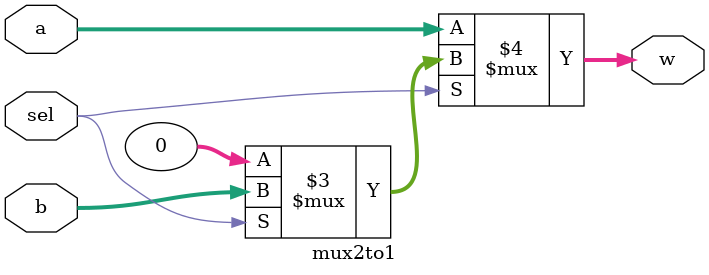
<source format=v>
`timescale 1ps/1ps


module mux2to1 #(parameter N = 32)(a, b , sel, w);
    input sel;
    input[N-1:0] a,b;
    output [N-1:0] w;
    assign w = (sel == 1'b0) ? a :
               (sel == 1'b1) ? b : 0;
endmodule
</source>
